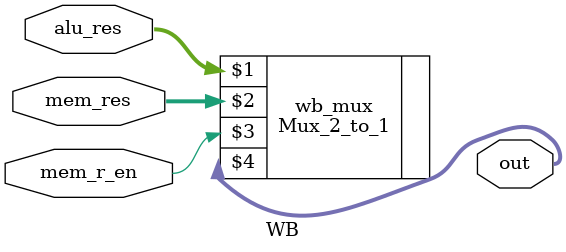
<source format=v>
`timescale 1ps/1ps
module WB(input [31:0]mem_res,alu_res,input mem_r_en,output [31:0]out);

	Mux_2_to_1 wb_mux(alu_res,mem_res,mem_r_en,out);

endmodule

</source>
